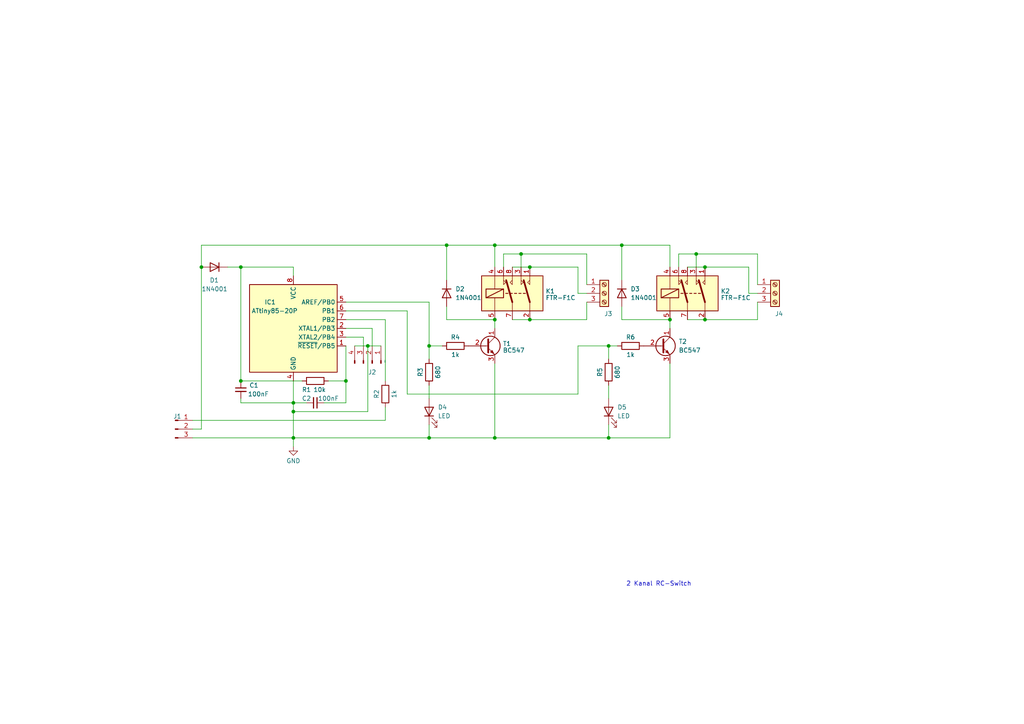
<source format=kicad_sch>
(kicad_sch (version 20230121) (generator eeschema)

  (uuid 0a8380c4-84fb-407c-87a3-d95432bf6750)

  (paper "A4")

  (lib_symbols
    (symbol "Connector:Conn_01x03_Pin" (pin_names (offset 1.016) hide) (in_bom yes) (on_board yes)
      (property "Reference" "J" (at 0 5.08 0)
        (effects (font (size 1.27 1.27)))
      )
      (property "Value" "Conn_01x03_Pin" (at 0 -5.08 0)
        (effects (font (size 1.27 1.27)))
      )
      (property "Footprint" "" (at 0 0 0)
        (effects (font (size 1.27 1.27)) hide)
      )
      (property "Datasheet" "~" (at 0 0 0)
        (effects (font (size 1.27 1.27)) hide)
      )
      (property "ki_locked" "" (at 0 0 0)
        (effects (font (size 1.27 1.27)))
      )
      (property "ki_keywords" "connector" (at 0 0 0)
        (effects (font (size 1.27 1.27)) hide)
      )
      (property "ki_description" "Generic connector, single row, 01x03, script generated" (at 0 0 0)
        (effects (font (size 1.27 1.27)) hide)
      )
      (property "ki_fp_filters" "Connector*:*_1x??_*" (at 0 0 0)
        (effects (font (size 1.27 1.27)) hide)
      )
      (symbol "Conn_01x03_Pin_1_1"
        (polyline
          (pts
            (xy 1.27 -2.54)
            (xy 0.8636 -2.54)
          )
          (stroke (width 0.1524) (type default))
          (fill (type none))
        )
        (polyline
          (pts
            (xy 1.27 0)
            (xy 0.8636 0)
          )
          (stroke (width 0.1524) (type default))
          (fill (type none))
        )
        (polyline
          (pts
            (xy 1.27 2.54)
            (xy 0.8636 2.54)
          )
          (stroke (width 0.1524) (type default))
          (fill (type none))
        )
        (rectangle (start 0.8636 -2.413) (end 0 -2.667)
          (stroke (width 0.1524) (type default))
          (fill (type outline))
        )
        (rectangle (start 0.8636 0.127) (end 0 -0.127)
          (stroke (width 0.1524) (type default))
          (fill (type outline))
        )
        (rectangle (start 0.8636 2.667) (end 0 2.413)
          (stroke (width 0.1524) (type default))
          (fill (type outline))
        )
        (pin passive line (at 5.08 2.54 180) (length 3.81)
          (name "Pin_1" (effects (font (size 1.27 1.27))))
          (number "1" (effects (font (size 1.27 1.27))))
        )
        (pin passive line (at 5.08 0 180) (length 3.81)
          (name "Pin_2" (effects (font (size 1.27 1.27))))
          (number "2" (effects (font (size 1.27 1.27))))
        )
        (pin passive line (at 5.08 -2.54 180) (length 3.81)
          (name "Pin_3" (effects (font (size 1.27 1.27))))
          (number "3" (effects (font (size 1.27 1.27))))
        )
      )
    )
    (symbol "Connector:Conn_01x04_Pin" (pin_names (offset 1.016) hide) (in_bom yes) (on_board yes)
      (property "Reference" "J" (at 0 5.08 0)
        (effects (font (size 1.27 1.27)))
      )
      (property "Value" "Conn_01x04_Pin" (at 0 -7.62 0)
        (effects (font (size 1.27 1.27)))
      )
      (property "Footprint" "" (at 0 0 0)
        (effects (font (size 1.27 1.27)) hide)
      )
      (property "Datasheet" "~" (at 0 0 0)
        (effects (font (size 1.27 1.27)) hide)
      )
      (property "ki_locked" "" (at 0 0 0)
        (effects (font (size 1.27 1.27)))
      )
      (property "ki_keywords" "connector" (at 0 0 0)
        (effects (font (size 1.27 1.27)) hide)
      )
      (property "ki_description" "Generic connector, single row, 01x04, script generated" (at 0 0 0)
        (effects (font (size 1.27 1.27)) hide)
      )
      (property "ki_fp_filters" "Connector*:*_1x??_*" (at 0 0 0)
        (effects (font (size 1.27 1.27)) hide)
      )
      (symbol "Conn_01x04_Pin_1_1"
        (polyline
          (pts
            (xy 1.27 -5.08)
            (xy 0.8636 -5.08)
          )
          (stroke (width 0.1524) (type default))
          (fill (type none))
        )
        (polyline
          (pts
            (xy 1.27 -2.54)
            (xy 0.8636 -2.54)
          )
          (stroke (width 0.1524) (type default))
          (fill (type none))
        )
        (polyline
          (pts
            (xy 1.27 0)
            (xy 0.8636 0)
          )
          (stroke (width 0.1524) (type default))
          (fill (type none))
        )
        (polyline
          (pts
            (xy 1.27 2.54)
            (xy 0.8636 2.54)
          )
          (stroke (width 0.1524) (type default))
          (fill (type none))
        )
        (rectangle (start 0.8636 -4.953) (end 0 -5.207)
          (stroke (width 0.1524) (type default))
          (fill (type outline))
        )
        (rectangle (start 0.8636 -2.413) (end 0 -2.667)
          (stroke (width 0.1524) (type default))
          (fill (type outline))
        )
        (rectangle (start 0.8636 0.127) (end 0 -0.127)
          (stroke (width 0.1524) (type default))
          (fill (type outline))
        )
        (rectangle (start 0.8636 2.667) (end 0 2.413)
          (stroke (width 0.1524) (type default))
          (fill (type outline))
        )
        (pin passive line (at 5.08 2.54 180) (length 3.81)
          (name "Pin_1" (effects (font (size 1.27 1.27))))
          (number "1" (effects (font (size 1.27 1.27))))
        )
        (pin passive line (at 5.08 0 180) (length 3.81)
          (name "Pin_2" (effects (font (size 1.27 1.27))))
          (number "2" (effects (font (size 1.27 1.27))))
        )
        (pin passive line (at 5.08 -2.54 180) (length 3.81)
          (name "Pin_3" (effects (font (size 1.27 1.27))))
          (number "3" (effects (font (size 1.27 1.27))))
        )
        (pin passive line (at 5.08 -5.08 180) (length 3.81)
          (name "Pin_4" (effects (font (size 1.27 1.27))))
          (number "4" (effects (font (size 1.27 1.27))))
        )
      )
    )
    (symbol "Connector:Screw_Terminal_01x03" (pin_names (offset 1.016) hide) (in_bom yes) (on_board yes)
      (property "Reference" "J" (at 0 5.08 0)
        (effects (font (size 1.27 1.27)))
      )
      (property "Value" "Screw_Terminal_01x03" (at 0 -5.08 0)
        (effects (font (size 1.27 1.27)))
      )
      (property "Footprint" "" (at 0 0 0)
        (effects (font (size 1.27 1.27)) hide)
      )
      (property "Datasheet" "~" (at 0 0 0)
        (effects (font (size 1.27 1.27)) hide)
      )
      (property "ki_keywords" "screw terminal" (at 0 0 0)
        (effects (font (size 1.27 1.27)) hide)
      )
      (property "ki_description" "Generic screw terminal, single row, 01x03, script generated (kicad-library-utils/schlib/autogen/connector/)" (at 0 0 0)
        (effects (font (size 1.27 1.27)) hide)
      )
      (property "ki_fp_filters" "TerminalBlock*:*" (at 0 0 0)
        (effects (font (size 1.27 1.27)) hide)
      )
      (symbol "Screw_Terminal_01x03_1_1"
        (rectangle (start -1.27 3.81) (end 1.27 -3.81)
          (stroke (width 0.254) (type default))
          (fill (type background))
        )
        (circle (center 0 -2.54) (radius 0.635)
          (stroke (width 0.1524) (type default))
          (fill (type none))
        )
        (polyline
          (pts
            (xy -0.5334 -2.2098)
            (xy 0.3302 -3.048)
          )
          (stroke (width 0.1524) (type default))
          (fill (type none))
        )
        (polyline
          (pts
            (xy -0.5334 0.3302)
            (xy 0.3302 -0.508)
          )
          (stroke (width 0.1524) (type default))
          (fill (type none))
        )
        (polyline
          (pts
            (xy -0.5334 2.8702)
            (xy 0.3302 2.032)
          )
          (stroke (width 0.1524) (type default))
          (fill (type none))
        )
        (polyline
          (pts
            (xy -0.3556 -2.032)
            (xy 0.508 -2.8702)
          )
          (stroke (width 0.1524) (type default))
          (fill (type none))
        )
        (polyline
          (pts
            (xy -0.3556 0.508)
            (xy 0.508 -0.3302)
          )
          (stroke (width 0.1524) (type default))
          (fill (type none))
        )
        (polyline
          (pts
            (xy -0.3556 3.048)
            (xy 0.508 2.2098)
          )
          (stroke (width 0.1524) (type default))
          (fill (type none))
        )
        (circle (center 0 0) (radius 0.635)
          (stroke (width 0.1524) (type default))
          (fill (type none))
        )
        (circle (center 0 2.54) (radius 0.635)
          (stroke (width 0.1524) (type default))
          (fill (type none))
        )
        (pin passive line (at -5.08 2.54 0) (length 3.81)
          (name "Pin_1" (effects (font (size 1.27 1.27))))
          (number "1" (effects (font (size 1.27 1.27))))
        )
        (pin passive line (at -5.08 0 0) (length 3.81)
          (name "Pin_2" (effects (font (size 1.27 1.27))))
          (number "2" (effects (font (size 1.27 1.27))))
        )
        (pin passive line (at -5.08 -2.54 0) (length 3.81)
          (name "Pin_3" (effects (font (size 1.27 1.27))))
          (number "3" (effects (font (size 1.27 1.27))))
        )
      )
    )
    (symbol "Device:C_Small" (pin_numbers hide) (pin_names (offset 0.254) hide) (in_bom yes) (on_board yes)
      (property "Reference" "C" (at 0.254 1.778 0)
        (effects (font (size 1.27 1.27)) (justify left))
      )
      (property "Value" "C_Small" (at 0.254 -2.032 0)
        (effects (font (size 1.27 1.27)) (justify left))
      )
      (property "Footprint" "" (at 0 0 0)
        (effects (font (size 1.27 1.27)) hide)
      )
      (property "Datasheet" "~" (at 0 0 0)
        (effects (font (size 1.27 1.27)) hide)
      )
      (property "ki_keywords" "capacitor cap" (at 0 0 0)
        (effects (font (size 1.27 1.27)) hide)
      )
      (property "ki_description" "Unpolarized capacitor, small symbol" (at 0 0 0)
        (effects (font (size 1.27 1.27)) hide)
      )
      (property "ki_fp_filters" "C_*" (at 0 0 0)
        (effects (font (size 1.27 1.27)) hide)
      )
      (symbol "C_Small_0_1"
        (polyline
          (pts
            (xy -1.524 -0.508)
            (xy 1.524 -0.508)
          )
          (stroke (width 0.3302) (type default))
          (fill (type none))
        )
        (polyline
          (pts
            (xy -1.524 0.508)
            (xy 1.524 0.508)
          )
          (stroke (width 0.3048) (type default))
          (fill (type none))
        )
      )
      (symbol "C_Small_1_1"
        (pin passive line (at 0 2.54 270) (length 2.032)
          (name "~" (effects (font (size 1.27 1.27))))
          (number "1" (effects (font (size 1.27 1.27))))
        )
        (pin passive line (at 0 -2.54 90) (length 2.032)
          (name "~" (effects (font (size 1.27 1.27))))
          (number "2" (effects (font (size 1.27 1.27))))
        )
      )
    )
    (symbol "Device:LED" (pin_numbers hide) (pin_names (offset 1.016) hide) (in_bom yes) (on_board yes)
      (property "Reference" "D" (at 0 2.54 0)
        (effects (font (size 1.27 1.27)))
      )
      (property "Value" "LED" (at 0 -2.54 0)
        (effects (font (size 1.27 1.27)))
      )
      (property "Footprint" "" (at 0 0 0)
        (effects (font (size 1.27 1.27)) hide)
      )
      (property "Datasheet" "~" (at 0 0 0)
        (effects (font (size 1.27 1.27)) hide)
      )
      (property "ki_keywords" "LED diode" (at 0 0 0)
        (effects (font (size 1.27 1.27)) hide)
      )
      (property "ki_description" "Light emitting diode" (at 0 0 0)
        (effects (font (size 1.27 1.27)) hide)
      )
      (property "ki_fp_filters" "LED* LED_SMD:* LED_THT:*" (at 0 0 0)
        (effects (font (size 1.27 1.27)) hide)
      )
      (symbol "LED_0_1"
        (polyline
          (pts
            (xy -1.27 -1.27)
            (xy -1.27 1.27)
          )
          (stroke (width 0.254) (type default))
          (fill (type none))
        )
        (polyline
          (pts
            (xy -1.27 0)
            (xy 1.27 0)
          )
          (stroke (width 0) (type default))
          (fill (type none))
        )
        (polyline
          (pts
            (xy 1.27 -1.27)
            (xy 1.27 1.27)
            (xy -1.27 0)
            (xy 1.27 -1.27)
          )
          (stroke (width 0.254) (type default))
          (fill (type none))
        )
        (polyline
          (pts
            (xy -3.048 -0.762)
            (xy -4.572 -2.286)
            (xy -3.81 -2.286)
            (xy -4.572 -2.286)
            (xy -4.572 -1.524)
          )
          (stroke (width 0) (type default))
          (fill (type none))
        )
        (polyline
          (pts
            (xy -1.778 -0.762)
            (xy -3.302 -2.286)
            (xy -2.54 -2.286)
            (xy -3.302 -2.286)
            (xy -3.302 -1.524)
          )
          (stroke (width 0) (type default))
          (fill (type none))
        )
      )
      (symbol "LED_1_1"
        (pin passive line (at -3.81 0 0) (length 2.54)
          (name "K" (effects (font (size 1.27 1.27))))
          (number "1" (effects (font (size 1.27 1.27))))
        )
        (pin passive line (at 3.81 0 180) (length 2.54)
          (name "A" (effects (font (size 1.27 1.27))))
          (number "2" (effects (font (size 1.27 1.27))))
        )
      )
    )
    (symbol "Device:R" (pin_numbers hide) (pin_names (offset 0)) (in_bom yes) (on_board yes)
      (property "Reference" "R" (at 2.032 0 90)
        (effects (font (size 1.27 1.27)))
      )
      (property "Value" "R" (at 0 0 90)
        (effects (font (size 1.27 1.27)))
      )
      (property "Footprint" "" (at -1.778 0 90)
        (effects (font (size 1.27 1.27)) hide)
      )
      (property "Datasheet" "~" (at 0 0 0)
        (effects (font (size 1.27 1.27)) hide)
      )
      (property "ki_keywords" "R res resistor" (at 0 0 0)
        (effects (font (size 1.27 1.27)) hide)
      )
      (property "ki_description" "Resistor" (at 0 0 0)
        (effects (font (size 1.27 1.27)) hide)
      )
      (property "ki_fp_filters" "R_*" (at 0 0 0)
        (effects (font (size 1.27 1.27)) hide)
      )
      (symbol "R_0_1"
        (rectangle (start -1.016 -2.54) (end 1.016 2.54)
          (stroke (width 0.254) (type default))
          (fill (type none))
        )
      )
      (symbol "R_1_1"
        (pin passive line (at 0 3.81 270) (length 1.27)
          (name "~" (effects (font (size 1.27 1.27))))
          (number "1" (effects (font (size 1.27 1.27))))
        )
        (pin passive line (at 0 -3.81 90) (length 1.27)
          (name "~" (effects (font (size 1.27 1.27))))
          (number "2" (effects (font (size 1.27 1.27))))
        )
      )
    )
    (symbol "Diode:1N4001" (pin_numbers hide) (pin_names hide) (in_bom yes) (on_board yes)
      (property "Reference" "D" (at 0 2.54 0)
        (effects (font (size 1.27 1.27)))
      )
      (property "Value" "1N4001" (at 0 -2.54 0)
        (effects (font (size 1.27 1.27)))
      )
      (property "Footprint" "Diode_THT:D_DO-41_SOD81_P10.16mm_Horizontal" (at 0 0 0)
        (effects (font (size 1.27 1.27)) hide)
      )
      (property "Datasheet" "http://www.vishay.com/docs/88503/1n4001.pdf" (at 0 0 0)
        (effects (font (size 1.27 1.27)) hide)
      )
      (property "Sim.Device" "D" (at 0 0 0)
        (effects (font (size 1.27 1.27)) hide)
      )
      (property "Sim.Pins" "1=K 2=A" (at 0 0 0)
        (effects (font (size 1.27 1.27)) hide)
      )
      (property "ki_keywords" "diode" (at 0 0 0)
        (effects (font (size 1.27 1.27)) hide)
      )
      (property "ki_description" "50V 1A General Purpose Rectifier Diode, DO-41" (at 0 0 0)
        (effects (font (size 1.27 1.27)) hide)
      )
      (property "ki_fp_filters" "D*DO?41*" (at 0 0 0)
        (effects (font (size 1.27 1.27)) hide)
      )
      (symbol "1N4001_0_1"
        (polyline
          (pts
            (xy -1.27 1.27)
            (xy -1.27 -1.27)
          )
          (stroke (width 0.254) (type default))
          (fill (type none))
        )
        (polyline
          (pts
            (xy 1.27 0)
            (xy -1.27 0)
          )
          (stroke (width 0) (type default))
          (fill (type none))
        )
        (polyline
          (pts
            (xy 1.27 1.27)
            (xy 1.27 -1.27)
            (xy -1.27 0)
            (xy 1.27 1.27)
          )
          (stroke (width 0.254) (type default))
          (fill (type none))
        )
      )
      (symbol "1N4001_1_1"
        (pin passive line (at -3.81 0 0) (length 2.54)
          (name "K" (effects (font (size 1.27 1.27))))
          (number "1" (effects (font (size 1.27 1.27))))
        )
        (pin passive line (at 3.81 0 180) (length 2.54)
          (name "A" (effects (font (size 1.27 1.27))))
          (number "2" (effects (font (size 1.27 1.27))))
        )
      )
    )
    (symbol "MCU_Microchip_ATtiny:ATtiny85-20P" (in_bom yes) (on_board yes)
      (property "Reference" "U" (at -12.7 13.97 0)
        (effects (font (size 1.27 1.27)) (justify left bottom))
      )
      (property "Value" "ATtiny85-20P" (at 2.54 -13.97 0)
        (effects (font (size 1.27 1.27)) (justify left top))
      )
      (property "Footprint" "Package_DIP:DIP-8_W7.62mm" (at 0 0 0)
        (effects (font (size 1.27 1.27) italic) hide)
      )
      (property "Datasheet" "http://ww1.microchip.com/downloads/en/DeviceDoc/atmel-2586-avr-8-bit-microcontroller-attiny25-attiny45-attiny85_datasheet.pdf" (at 0 0 0)
        (effects (font (size 1.27 1.27)) hide)
      )
      (property "ki_keywords" "AVR 8bit Microcontroller tinyAVR" (at 0 0 0)
        (effects (font (size 1.27 1.27)) hide)
      )
      (property "ki_description" "20MHz, 8kB Flash, 512B SRAM, 512B EEPROM, debugWIRE, DIP-8" (at 0 0 0)
        (effects (font (size 1.27 1.27)) hide)
      )
      (property "ki_fp_filters" "DIP*W7.62mm*" (at 0 0 0)
        (effects (font (size 1.27 1.27)) hide)
      )
      (symbol "ATtiny85-20P_0_1"
        (rectangle (start -12.7 -12.7) (end 12.7 12.7)
          (stroke (width 0.254) (type default))
          (fill (type background))
        )
      )
      (symbol "ATtiny85-20P_1_1"
        (pin bidirectional line (at 15.24 -5.08 180) (length 2.54)
          (name "~{RESET}/PB5" (effects (font (size 1.27 1.27))))
          (number "1" (effects (font (size 1.27 1.27))))
        )
        (pin bidirectional line (at 15.24 0 180) (length 2.54)
          (name "XTAL1/PB3" (effects (font (size 1.27 1.27))))
          (number "2" (effects (font (size 1.27 1.27))))
        )
        (pin bidirectional line (at 15.24 -2.54 180) (length 2.54)
          (name "XTAL2/PB4" (effects (font (size 1.27 1.27))))
          (number "3" (effects (font (size 1.27 1.27))))
        )
        (pin power_in line (at 0 -15.24 90) (length 2.54)
          (name "GND" (effects (font (size 1.27 1.27))))
          (number "4" (effects (font (size 1.27 1.27))))
        )
        (pin bidirectional line (at 15.24 7.62 180) (length 2.54)
          (name "AREF/PB0" (effects (font (size 1.27 1.27))))
          (number "5" (effects (font (size 1.27 1.27))))
        )
        (pin bidirectional line (at 15.24 5.08 180) (length 2.54)
          (name "PB1" (effects (font (size 1.27 1.27))))
          (number "6" (effects (font (size 1.27 1.27))))
        )
        (pin bidirectional line (at 15.24 2.54 180) (length 2.54)
          (name "PB2" (effects (font (size 1.27 1.27))))
          (number "7" (effects (font (size 1.27 1.27))))
        )
        (pin power_in line (at 0 15.24 270) (length 2.54)
          (name "VCC" (effects (font (size 1.27 1.27))))
          (number "8" (effects (font (size 1.27 1.27))))
        )
      )
    )
    (symbol "Relay:Fujitsu_FTR-F1C" (in_bom yes) (on_board yes)
      (property "Reference" "K" (at 0 12.7 0)
        (effects (font (size 1.27 1.27)))
      )
      (property "Value" "Fujitsu_FTR-F1C" (at 0 10.16 0)
        (effects (font (size 1.27 1.27)))
      )
      (property "Footprint" "Relay_THT:Relay_DPDT_Fujitsu_FTR-F1C" (at -1.27 -10.16 0)
        (effects (font (size 1.27 1.27)) hide)
      )
      (property "Datasheet" "https://www.fcl.fujitsu.com/downloads/MICRO/fcai/relays/ftr-f1.pdf" (at 0 0 0)
        (effects (font (size 1.27 1.27)) hide)
      )
      (property "ki_keywords" "double pole double throw relay" (at 0 0 0)
        (effects (font (size 1.27 1.27)) hide)
      )
      (property "ki_description" "Fujitsu Low Profile Power Relay" (at 0 0 0)
        (effects (font (size 1.27 1.27)) hide)
      )
      (property "ki_fp_filters" "*Relay*DPDT*Fujitsu*FTR*F1C*" (at 0 0 0)
        (effects (font (size 1.27 1.27)) hide)
      )
      (symbol "Fujitsu_FTR-F1C_0_1"
        (rectangle (start -1.27 7.62) (end 1.27 2.54)
          (stroke (width 0.254) (type default))
          (fill (type background))
        )
        (polyline
          (pts
            (xy -1.27 7.62)
            (xy 1.27 2.54)
          )
          (stroke (width 0.254) (type default))
          (fill (type none))
        )
        (polyline
          (pts
            (xy 5.08 -2.54)
            (xy 2.54 -2.54)
            (xy 3.175 -3.175)
            (xy 3.81 -2.54)
          )
          (stroke (width 0) (type default))
          (fill (type none))
        )
        (polyline
          (pts
            (xy 5.08 2.54)
            (xy 2.54 2.54)
            (xy 3.175 1.905)
            (xy 3.81 2.54)
          )
          (stroke (width 0) (type default))
          (fill (type none))
        )
      )
      (symbol "Fujitsu_FTR-F1C_1_1"
        (polyline
          (pts
            (xy -2.54 -5.08)
            (xy -5.08 -5.08)
          )
          (stroke (width 0) (type default))
          (fill (type none))
        )
        (polyline
          (pts
            (xy -2.54 -5.08)
            (xy 3.81 -3.302)
          )
          (stroke (width 0.508) (type default))
          (fill (type none))
        )
        (polyline
          (pts
            (xy -2.54 0)
            (xy -5.08 0)
          )
          (stroke (width 0) (type default))
          (fill (type none))
        )
        (polyline
          (pts
            (xy -2.54 0)
            (xy 3.81 1.778)
          )
          (stroke (width 0.508) (type default))
          (fill (type none))
        )
        (polyline
          (pts
            (xy 0 -3.175)
            (xy 0 -3.81)
          )
          (stroke (width 0.254) (type default))
          (fill (type none))
        )
        (polyline
          (pts
            (xy 0 -1.905)
            (xy 0 -2.54)
          )
          (stroke (width 0.254) (type default))
          (fill (type none))
        )
        (polyline
          (pts
            (xy 0 -0.635)
            (xy 0 -1.27)
          )
          (stroke (width 0.254) (type default))
          (fill (type none))
        )
        (polyline
          (pts
            (xy 0 0.635)
            (xy 0 0)
          )
          (stroke (width 0.254) (type default))
          (fill (type none))
        )
        (polyline
          (pts
            (xy 0 1.905)
            (xy 0 1.27)
          )
          (stroke (width 0.254) (type default))
          (fill (type none))
        )
        (polyline
          (pts
            (xy 5.08 5.08)
            (xy 1.27 5.08)
          )
          (stroke (width 0) (type default))
          (fill (type none))
        )
        (polyline
          (pts
            (xy -5.08 5.08)
            (xy -1.27 5.08)
            (xy -1.524 5.08)
          )
          (stroke (width 0) (type default))
          (fill (type none))
        )
        (polyline
          (pts
            (xy 5.08 -5.08)
            (xy 2.54 -5.08)
            (xy 3.175 -4.445)
            (xy 3.81 -5.08)
          )
          (stroke (width 0) (type default))
          (fill (type none))
        )
        (polyline
          (pts
            (xy 5.08 0)
            (xy 2.54 0)
            (xy 3.175 0.635)
            (xy 3.81 0)
          )
          (stroke (width 0) (type default))
          (fill (type none))
        )
        (rectangle (start 5.08 8.89) (end -5.08 -8.89)
          (stroke (width 0.254) (type default))
          (fill (type background))
        )
        (pin passive line (at 7.62 -5.08 180) (length 2.54)
          (name "~" (effects (font (size 1.27 1.27))))
          (number "1" (effects (font (size 1.27 1.27))))
        )
        (pin passive line (at -7.62 -5.08 0) (length 2.54)
          (name "~" (effects (font (size 1.27 1.27))))
          (number "2" (effects (font (size 1.27 1.27))))
        )
        (pin passive line (at 7.62 -2.54 180) (length 2.54)
          (name "~" (effects (font (size 1.27 1.27))))
          (number "3" (effects (font (size 1.27 1.27))))
        )
        (pin passive line (at 7.62 5.08 180) (length 2.54)
          (name "~" (effects (font (size 1.27 1.27))))
          (number "4" (effects (font (size 1.27 1.27))))
        )
        (pin passive line (at -7.62 5.08 0) (length 2.54)
          (name "~" (effects (font (size 1.27 1.27))))
          (number "5" (effects (font (size 1.27 1.27))))
        )
        (pin passive line (at 7.62 2.54 180) (length 2.54)
          (name "~" (effects (font (size 1.27 1.27))))
          (number "6" (effects (font (size 1.27 1.27))))
        )
        (pin passive line (at -7.62 0 0) (length 2.54)
          (name "~" (effects (font (size 1.27 1.27))))
          (number "7" (effects (font (size 1.27 1.27))))
        )
        (pin passive line (at 7.62 0 180) (length 2.54)
          (name "~" (effects (font (size 1.27 1.27))))
          (number "8" (effects (font (size 1.27 1.27))))
        )
      )
    )
    (symbol "Transistor_BJT:BC547" (pin_names (offset 0) hide) (in_bom yes) (on_board yes)
      (property "Reference" "Q" (at 5.08 1.905 0)
        (effects (font (size 1.27 1.27)) (justify left))
      )
      (property "Value" "BC547" (at 5.08 0 0)
        (effects (font (size 1.27 1.27)) (justify left))
      )
      (property "Footprint" "Package_TO_SOT_THT:TO-92_Inline" (at 5.08 -1.905 0)
        (effects (font (size 1.27 1.27) italic) (justify left) hide)
      )
      (property "Datasheet" "https://www.onsemi.com/pub/Collateral/BC550-D.pdf" (at 0 0 0)
        (effects (font (size 1.27 1.27)) (justify left) hide)
      )
      (property "ki_keywords" "NPN Transistor" (at 0 0 0)
        (effects (font (size 1.27 1.27)) hide)
      )
      (property "ki_description" "0.1A Ic, 45V Vce, Small Signal NPN Transistor, TO-92" (at 0 0 0)
        (effects (font (size 1.27 1.27)) hide)
      )
      (property "ki_fp_filters" "TO?92*" (at 0 0 0)
        (effects (font (size 1.27 1.27)) hide)
      )
      (symbol "BC547_0_1"
        (polyline
          (pts
            (xy 0 0)
            (xy 0.635 0)
          )
          (stroke (width 0) (type default))
          (fill (type none))
        )
        (polyline
          (pts
            (xy 0.635 0.635)
            (xy 2.54 2.54)
          )
          (stroke (width 0) (type default))
          (fill (type none))
        )
        (polyline
          (pts
            (xy 0.635 -0.635)
            (xy 2.54 -2.54)
            (xy 2.54 -2.54)
          )
          (stroke (width 0) (type default))
          (fill (type none))
        )
        (polyline
          (pts
            (xy 0.635 1.905)
            (xy 0.635 -1.905)
            (xy 0.635 -1.905)
          )
          (stroke (width 0.508) (type default))
          (fill (type none))
        )
        (polyline
          (pts
            (xy 1.27 -1.778)
            (xy 1.778 -1.27)
            (xy 2.286 -2.286)
            (xy 1.27 -1.778)
            (xy 1.27 -1.778)
          )
          (stroke (width 0) (type default))
          (fill (type outline))
        )
        (circle (center 1.27 0) (radius 2.8194)
          (stroke (width 0.254) (type default))
          (fill (type none))
        )
      )
      (symbol "BC547_1_1"
        (pin passive line (at 2.54 5.08 270) (length 2.54)
          (name "C" (effects (font (size 1.27 1.27))))
          (number "1" (effects (font (size 1.27 1.27))))
        )
        (pin input line (at -5.08 0 0) (length 5.08)
          (name "B" (effects (font (size 1.27 1.27))))
          (number "2" (effects (font (size 1.27 1.27))))
        )
        (pin passive line (at 2.54 -5.08 90) (length 2.54)
          (name "E" (effects (font (size 1.27 1.27))))
          (number "3" (effects (font (size 1.27 1.27))))
        )
      )
    )
    (symbol "power:GND" (power) (pin_names (offset 0)) (in_bom yes) (on_board yes)
      (property "Reference" "#PWR" (at 0 -6.35 0)
        (effects (font (size 1.27 1.27)) hide)
      )
      (property "Value" "GND" (at 0 -3.81 0)
        (effects (font (size 1.27 1.27)))
      )
      (property "Footprint" "" (at 0 0 0)
        (effects (font (size 1.27 1.27)) hide)
      )
      (property "Datasheet" "" (at 0 0 0)
        (effects (font (size 1.27 1.27)) hide)
      )
      (property "ki_keywords" "global power" (at 0 0 0)
        (effects (font (size 1.27 1.27)) hide)
      )
      (property "ki_description" "Power symbol creates a global label with name \"GND\" , ground" (at 0 0 0)
        (effects (font (size 1.27 1.27)) hide)
      )
      (symbol "GND_0_1"
        (polyline
          (pts
            (xy 0 0)
            (xy 0 -1.27)
            (xy 1.27 -1.27)
            (xy 0 -2.54)
            (xy -1.27 -1.27)
            (xy 0 -1.27)
          )
          (stroke (width 0) (type default))
          (fill (type none))
        )
      )
      (symbol "GND_1_1"
        (pin power_in line (at 0 0 270) (length 0) hide
          (name "GND" (effects (font (size 1.27 1.27))))
          (number "1" (effects (font (size 1.27 1.27))))
        )
      )
    )
  )

  (junction (at 176.53 127) (diameter 0) (color 0 0 0 0)
    (uuid 0359bff2-f6a8-4810-8bf4-5cf58fb8698c)
  )
  (junction (at 124.46 127) (diameter 0) (color 0 0 0 0)
    (uuid 16be7dd4-8c33-406a-8b20-d08f4754e7e8)
  )
  (junction (at 153.67 77.47) (diameter 0) (color 0 0 0 0)
    (uuid 1afcbffb-c873-4b20-a1b9-9c494979170e)
  )
  (junction (at 143.51 92.71) (diameter 0) (color 0 0 0 0)
    (uuid 22142380-eabd-4e71-95fa-9b697105f575)
  )
  (junction (at 194.31 92.71) (diameter 0) (color 0 0 0 0)
    (uuid 25f01b52-96cf-4ef8-82cb-355121407062)
  )
  (junction (at 85.09 119.38) (diameter 0) (color 0 0 0 0)
    (uuid 2f5a4bf9-2754-43a5-90d4-22ea9a6e38b6)
  )
  (junction (at 153.67 92.71) (diameter 0) (color 0 0 0 0)
    (uuid 316c6765-e0b0-4f31-9963-352157ed5865)
  )
  (junction (at 143.51 127) (diameter 0) (color 0 0 0 0)
    (uuid 34b08e3f-785d-469a-a82e-a0d4cb75838b)
  )
  (junction (at 85.09 116.84) (diameter 0) (color 0 0 0 0)
    (uuid 3581c665-2661-463c-bc19-cef891ba024e)
  )
  (junction (at 204.47 77.47) (diameter 0) (color 0 0 0 0)
    (uuid 464385c1-fd6d-4e32-a374-0b9c9504e2dd)
  )
  (junction (at 129.54 71.12) (diameter 0) (color 0 0 0 0)
    (uuid 481d79fc-5fa2-4d18-825f-1f8783dc392b)
  )
  (junction (at 180.34 71.12) (diameter 0) (color 0 0 0 0)
    (uuid 4f49ee6f-b0da-4f14-abab-ab1ab686d5a2)
  )
  (junction (at 124.46 100.33) (diameter 0) (color 0 0 0 0)
    (uuid 53f445fa-27e4-4bb2-b596-27f7f70b883c)
  )
  (junction (at 151.13 73.66) (diameter 0) (color 0 0 0 0)
    (uuid 5442fe2f-7471-4713-b49c-91f5b77ed3ff)
  )
  (junction (at 176.53 100.33) (diameter 0) (color 0 0 0 0)
    (uuid 54faf2b2-4f6c-4873-ad2e-04d8bf03c88c)
  )
  (junction (at 201.93 73.66) (diameter 0) (color 0 0 0 0)
    (uuid 5b93d469-2107-4803-a631-aad045f4aaac)
  )
  (junction (at 204.47 92.71) (diameter 0) (color 0 0 0 0)
    (uuid 5cebef81-4bb9-4292-92b5-e8c67c9b48cf)
  )
  (junction (at 69.85 110.49) (diameter 0) (color 0 0 0 0)
    (uuid 88782229-c0d5-45b6-8191-69c4dd945859)
  )
  (junction (at 100.33 110.49) (diameter 0) (color 0 0 0 0)
    (uuid a0eac269-1934-4304-b354-7856602832e5)
  )
  (junction (at 106.68 100.33) (diameter 0) (color 0 0 0 0)
    (uuid b6a26025-6a66-4265-b6b7-893f6cbbd9a9)
  )
  (junction (at 58.42 77.47) (diameter 0) (color 0 0 0 0)
    (uuid e48b58ef-b0bc-42d9-a300-fd86d41ea39e)
  )
  (junction (at 69.85 77.47) (diameter 0) (color 0 0 0 0)
    (uuid eaad2182-def0-4a56-acb5-1f00345bc3ee)
  )
  (junction (at 85.09 127) (diameter 0) (color 0 0 0 0)
    (uuid ee61317b-9b4b-4893-8a1d-5349ae333d3a)
  )
  (junction (at 143.51 71.12) (diameter 0) (color 0 0 0 0)
    (uuid f20392db-785d-485d-9391-10f55b594322)
  )

  (wire (pts (xy 128.27 100.33) (xy 124.46 100.33))
    (stroke (width 0) (type default))
    (uuid 00264da3-cde9-40ac-80b1-953ff2a986c3)
  )
  (wire (pts (xy 85.09 127) (xy 124.46 127))
    (stroke (width 0) (type default))
    (uuid 01fb5245-32d1-4536-8614-f2a8b3e8fcbf)
  )
  (wire (pts (xy 85.09 110.49) (xy 85.09 116.84))
    (stroke (width 0) (type default))
    (uuid 08ba80b5-a48e-4d9e-be3e-7590a0203bcd)
  )
  (wire (pts (xy 100.33 110.49) (xy 100.33 116.84))
    (stroke (width 0) (type default))
    (uuid 0ab1c774-1404-496a-82fb-65eb43605c42)
  )
  (wire (pts (xy 151.13 73.66) (xy 151.13 77.47))
    (stroke (width 0) (type default))
    (uuid 10993a9e-c317-48dd-a502-dbf8801ea0e5)
  )
  (wire (pts (xy 176.53 127) (xy 194.31 127))
    (stroke (width 0) (type default))
    (uuid 129d7f62-59d0-4f08-b840-7a4ccb6db302)
  )
  (wire (pts (xy 194.31 127) (xy 194.31 105.41))
    (stroke (width 0) (type default))
    (uuid 1495d5de-376c-4ce0-862d-f3c584e2b358)
  )
  (wire (pts (xy 217.17 85.09) (xy 219.71 85.09))
    (stroke (width 0) (type default))
    (uuid 151aff72-5c0f-4827-82cb-2af77306d14c)
  )
  (wire (pts (xy 85.09 119.38) (xy 106.68 119.38))
    (stroke (width 0) (type default))
    (uuid 16d16846-7f28-4e98-b74d-1abd0617b2d7)
  )
  (wire (pts (xy 85.09 116.84) (xy 85.09 119.38))
    (stroke (width 0) (type default))
    (uuid 1a68470a-466f-4aee-9268-b5c7fa0560e5)
  )
  (wire (pts (xy 151.13 73.66) (xy 170.18 73.66))
    (stroke (width 0) (type default))
    (uuid 1a8eb2fd-2d71-4360-8663-93c92d931fcd)
  )
  (wire (pts (xy 199.39 77.47) (xy 204.47 77.47))
    (stroke (width 0) (type default))
    (uuid 1c9639bb-c355-435f-a3f2-446166ea10c4)
  )
  (wire (pts (xy 58.42 71.12) (xy 129.54 71.12))
    (stroke (width 0) (type default))
    (uuid 1eca4b8c-77bf-47e6-96c5-931211f99190)
  )
  (wire (pts (xy 199.39 92.71) (xy 204.47 92.71))
    (stroke (width 0) (type default))
    (uuid 2110518c-35c5-4c38-aefb-18604cd62027)
  )
  (wire (pts (xy 124.46 87.63) (xy 124.46 100.33))
    (stroke (width 0) (type default))
    (uuid 21f587a8-55d6-47e4-a2f4-0add7638202f)
  )
  (wire (pts (xy 167.64 77.47) (xy 167.64 85.09))
    (stroke (width 0) (type default))
    (uuid 2b6bc1f6-ee2e-4d70-94fe-6c04506038d7)
  )
  (wire (pts (xy 111.76 110.49) (xy 111.76 92.71))
    (stroke (width 0) (type default))
    (uuid 2fe4b50f-ce73-49a3-bc44-e965d99cee50)
  )
  (wire (pts (xy 180.34 71.12) (xy 143.51 71.12))
    (stroke (width 0) (type default))
    (uuid 313b6c62-0e3a-463e-bb33-8cae80f7ea49)
  )
  (wire (pts (xy 143.51 95.25) (xy 143.51 92.71))
    (stroke (width 0) (type default))
    (uuid 32aad0de-9335-41d6-a7c6-6e7182797f48)
  )
  (wire (pts (xy 176.53 111.76) (xy 176.53 115.57))
    (stroke (width 0) (type default))
    (uuid 34e7f434-1b6a-4a4e-a86e-206631f0e17d)
  )
  (wire (pts (xy 95.25 110.49) (xy 100.33 110.49))
    (stroke (width 0) (type default))
    (uuid 3760e2e6-9819-4b1c-a990-de2be33a3789)
  )
  (wire (pts (xy 146.05 73.66) (xy 151.13 73.66))
    (stroke (width 0) (type default))
    (uuid 38f3f02e-ec20-4b1c-9256-1ca13b9ca424)
  )
  (wire (pts (xy 143.51 71.12) (xy 129.54 71.12))
    (stroke (width 0) (type default))
    (uuid 3d0d5334-cf64-4f24-beca-f29094988ab9)
  )
  (wire (pts (xy 69.85 77.47) (xy 85.09 77.47))
    (stroke (width 0) (type default))
    (uuid 3d87d443-446c-4e94-abe0-6e44576182e9)
  )
  (wire (pts (xy 194.31 95.25) (xy 194.31 92.71))
    (stroke (width 0) (type default))
    (uuid 4265a4a1-03d5-4e42-b92d-fe6b173a416c)
  )
  (wire (pts (xy 102.87 100.33) (xy 106.68 100.33))
    (stroke (width 0) (type default))
    (uuid 4766c226-22d2-406a-87cd-2c0c77b6eeff)
  )
  (wire (pts (xy 111.76 118.11) (xy 111.76 121.92))
    (stroke (width 0) (type default))
    (uuid 4cfa38fc-00ad-46bd-ac0e-a0a8bcb31231)
  )
  (wire (pts (xy 201.93 73.66) (xy 219.71 73.66))
    (stroke (width 0) (type default))
    (uuid 4e64e98e-aec1-40fe-a556-6f7a15f460d3)
  )
  (wire (pts (xy 143.51 71.12) (xy 143.51 77.47))
    (stroke (width 0) (type default))
    (uuid 4f1aaac4-7318-4b8f-b3f7-e4184634ce90)
  )
  (wire (pts (xy 124.46 123.19) (xy 124.46 127))
    (stroke (width 0) (type default))
    (uuid 4f84a0ae-88aa-4a58-b5ce-9046ee5acbea)
  )
  (wire (pts (xy 93.98 116.84) (xy 100.33 116.84))
    (stroke (width 0) (type default))
    (uuid 4fbc5f59-d81e-44e6-8d80-94c91430653a)
  )
  (wire (pts (xy 148.59 92.71) (xy 153.67 92.71))
    (stroke (width 0) (type default))
    (uuid 552d9863-baba-4d58-bec1-53b139e445ad)
  )
  (wire (pts (xy 100.33 90.17) (xy 118.11 90.17))
    (stroke (width 0) (type default))
    (uuid 5ecdae13-6df5-4221-ba49-36fb466ea3fe)
  )
  (wire (pts (xy 105.41 97.79) (xy 105.41 100.33))
    (stroke (width 0) (type default))
    (uuid 60138e6e-836e-4486-a393-2d1d3b608e62)
  )
  (wire (pts (xy 124.46 100.33) (xy 124.46 104.14))
    (stroke (width 0) (type default))
    (uuid 641469a0-01c3-4e96-8191-b65666f8a476)
  )
  (wire (pts (xy 167.64 114.3) (xy 167.64 100.33))
    (stroke (width 0) (type default))
    (uuid 6482e1df-a99d-476d-a8e6-1d69b6a85b59)
  )
  (wire (pts (xy 170.18 73.66) (xy 170.18 82.55))
    (stroke (width 0) (type default))
    (uuid 6684b649-c249-458d-9f0c-cc1acfca8988)
  )
  (wire (pts (xy 219.71 92.71) (xy 219.71 87.63))
    (stroke (width 0) (type default))
    (uuid 69c3a913-df5d-477e-8dec-8d572764cd8f)
  )
  (wire (pts (xy 58.42 77.47) (xy 58.42 71.12))
    (stroke (width 0) (type default))
    (uuid 6c9213e0-b488-49c9-838c-9791d2592cf3)
  )
  (wire (pts (xy 107.95 95.25) (xy 107.95 100.33))
    (stroke (width 0) (type default))
    (uuid 6e28cd5e-80c4-4702-ac0f-7c53d8c920ca)
  )
  (wire (pts (xy 106.68 100.33) (xy 110.49 100.33))
    (stroke (width 0) (type default))
    (uuid 6eb177f5-46ab-42a7-a29c-c56131316d3f)
  )
  (wire (pts (xy 100.33 95.25) (xy 107.95 95.25))
    (stroke (width 0) (type default))
    (uuid 6efcc9c5-9e53-4f99-a6a8-2e2e2b367478)
  )
  (wire (pts (xy 143.51 105.41) (xy 143.51 127))
    (stroke (width 0) (type default))
    (uuid 70cab212-0c2b-4291-a477-8ff12cf17938)
  )
  (wire (pts (xy 85.09 116.84) (xy 88.9 116.84))
    (stroke (width 0) (type default))
    (uuid 72424fba-eabc-4df6-a4c2-9db95fb0b287)
  )
  (wire (pts (xy 129.54 92.71) (xy 143.51 92.71))
    (stroke (width 0) (type default))
    (uuid 724ccd49-f0ed-4116-9a14-657a3a95553f)
  )
  (wire (pts (xy 85.09 77.47) (xy 85.09 80.01))
    (stroke (width 0) (type default))
    (uuid 7310d3c5-b0b1-4a08-9a2a-045f35a8d77b)
  )
  (wire (pts (xy 69.85 116.84) (xy 85.09 116.84))
    (stroke (width 0) (type default))
    (uuid 7601a535-c77f-4eaa-83ed-38dab22c96e8)
  )
  (wire (pts (xy 85.09 119.38) (xy 85.09 127))
    (stroke (width 0) (type default))
    (uuid 783fbc30-1c45-4ed3-9af9-44308d7a9532)
  )
  (wire (pts (xy 196.85 77.47) (xy 196.85 73.66))
    (stroke (width 0) (type default))
    (uuid 78999e45-5d34-4e96-ab32-e88a05ed705e)
  )
  (wire (pts (xy 176.53 123.19) (xy 176.53 127))
    (stroke (width 0) (type default))
    (uuid 78e19bc7-add9-4f9d-ba89-7d878f3b97bc)
  )
  (wire (pts (xy 146.05 77.47) (xy 146.05 73.66))
    (stroke (width 0) (type default))
    (uuid 7942ffe3-bfbb-450d-ac90-c9642d7e2f30)
  )
  (wire (pts (xy 180.34 92.71) (xy 194.31 92.71))
    (stroke (width 0) (type default))
    (uuid 7a033860-707d-48a8-870f-9e3782c3d976)
  )
  (wire (pts (xy 201.93 73.66) (xy 201.93 77.47))
    (stroke (width 0) (type default))
    (uuid 7bcd8690-5c48-4485-b9a2-a2540de42f25)
  )
  (wire (pts (xy 69.85 115.57) (xy 69.85 116.84))
    (stroke (width 0) (type default))
    (uuid 829528ff-f546-4343-8f4a-f8238d919059)
  )
  (wire (pts (xy 85.09 127) (xy 85.09 129.54))
    (stroke (width 0) (type default))
    (uuid 84a9f228-0af7-42a1-a90d-0eaad8260832)
  )
  (wire (pts (xy 100.33 97.79) (xy 105.41 97.79))
    (stroke (width 0) (type default))
    (uuid 85e9f264-677f-4b81-9979-00251f13bbd0)
  )
  (wire (pts (xy 66.04 77.47) (xy 69.85 77.47))
    (stroke (width 0) (type default))
    (uuid 92d632e5-e1b0-404e-916b-9b7089dee631)
  )
  (wire (pts (xy 179.07 100.33) (xy 176.53 100.33))
    (stroke (width 0) (type default))
    (uuid 9847fbec-3e81-4328-9a5f-eeaee07a3fa9)
  )
  (wire (pts (xy 148.59 77.47) (xy 153.67 77.47))
    (stroke (width 0) (type default))
    (uuid 9849f52a-de89-4939-99b5-c459e7fa2937)
  )
  (wire (pts (xy 180.34 71.12) (xy 180.34 81.28))
    (stroke (width 0) (type default))
    (uuid 99a0cf87-80df-4af1-9bf4-091de23aeee0)
  )
  (wire (pts (xy 194.31 77.47) (xy 194.31 71.12))
    (stroke (width 0) (type default))
    (uuid a0c55c9c-b2ba-4a11-bc42-34eb21f0bc55)
  )
  (wire (pts (xy 180.34 88.9) (xy 180.34 92.71))
    (stroke (width 0) (type default))
    (uuid a9ba024f-79c5-43ae-874e-f46520b699f3)
  )
  (wire (pts (xy 100.33 87.63) (xy 124.46 87.63))
    (stroke (width 0) (type default))
    (uuid ace3569f-c346-4cfc-b2e6-b4388a61c395)
  )
  (wire (pts (xy 124.46 127) (xy 143.51 127))
    (stroke (width 0) (type default))
    (uuid b1c28296-b291-4ad6-a027-408e1458ad57)
  )
  (wire (pts (xy 124.46 111.76) (xy 124.46 115.57))
    (stroke (width 0) (type default))
    (uuid b328e863-87d2-408c-a1eb-d2002b018c5c)
  )
  (wire (pts (xy 153.67 92.71) (xy 170.18 92.71))
    (stroke (width 0) (type default))
    (uuid b372a73f-1091-4626-ac54-fc3e19a81781)
  )
  (wire (pts (xy 176.53 100.33) (xy 176.53 104.14))
    (stroke (width 0) (type default))
    (uuid b4ec7506-3719-418a-9ef7-f0f240357eb6)
  )
  (wire (pts (xy 143.51 127) (xy 176.53 127))
    (stroke (width 0) (type default))
    (uuid ba4d0648-bf47-42ec-8388-220a79df42bb)
  )
  (wire (pts (xy 129.54 88.9) (xy 129.54 92.71))
    (stroke (width 0) (type default))
    (uuid bd6687e3-6fbf-47c7-9915-b15a78bc9fa0)
  )
  (wire (pts (xy 118.11 90.17) (xy 118.11 114.3))
    (stroke (width 0) (type default))
    (uuid be15ab93-bd09-423c-9f3d-e2961de7bcad)
  )
  (wire (pts (xy 194.31 71.12) (xy 180.34 71.12))
    (stroke (width 0) (type default))
    (uuid be2f6ff4-0e8b-43c7-8dc2-f6804e4746be)
  )
  (wire (pts (xy 129.54 71.12) (xy 129.54 81.28))
    (stroke (width 0) (type default))
    (uuid c40f134c-30aa-4972-8e15-8bbbe9e413af)
  )
  (wire (pts (xy 196.85 73.66) (xy 201.93 73.66))
    (stroke (width 0) (type default))
    (uuid c43c765b-f438-4ec3-b716-03b93ba71320)
  )
  (wire (pts (xy 118.11 114.3) (xy 167.64 114.3))
    (stroke (width 0) (type default))
    (uuid c6785f11-12a9-4632-bd65-f64131386e98)
  )
  (wire (pts (xy 106.68 100.33) (xy 106.68 119.38))
    (stroke (width 0) (type default))
    (uuid c6bdd579-07c7-4f66-a86a-e2fde2aa9ac1)
  )
  (wire (pts (xy 170.18 92.71) (xy 170.18 87.63))
    (stroke (width 0) (type default))
    (uuid c8d4c92f-578a-4b79-b9c9-32428f5ffbb3)
  )
  (wire (pts (xy 204.47 92.71) (xy 219.71 92.71))
    (stroke (width 0) (type default))
    (uuid c974ea51-5c3c-4804-94b0-87be15c39000)
  )
  (wire (pts (xy 219.71 73.66) (xy 219.71 82.55))
    (stroke (width 0) (type default))
    (uuid d2b7d25e-9a0a-4381-9e56-8788696fd26e)
  )
  (wire (pts (xy 217.17 77.47) (xy 217.17 85.09))
    (stroke (width 0) (type default))
    (uuid d83cecd0-bb92-4f8c-885b-025841a4730b)
  )
  (wire (pts (xy 153.67 77.47) (xy 167.64 77.47))
    (stroke (width 0) (type default))
    (uuid da7f65ec-655d-4bfb-8417-4e20e593d871)
  )
  (wire (pts (xy 69.85 110.49) (xy 69.85 77.47))
    (stroke (width 0) (type default))
    (uuid dcefdf46-038e-496c-b3cb-8a2ed24c28ea)
  )
  (wire (pts (xy 204.47 77.47) (xy 217.17 77.47))
    (stroke (width 0) (type default))
    (uuid e06df9a8-317c-4a3c-a7f5-5d4de950633a)
  )
  (wire (pts (xy 111.76 92.71) (xy 100.33 92.71))
    (stroke (width 0) (type default))
    (uuid e375f4bb-e146-460f-8611-6bfc2ebd76d7)
  )
  (wire (pts (xy 55.88 121.92) (xy 111.76 121.92))
    (stroke (width 0) (type default))
    (uuid e76a0263-3032-4a45-a56c-16408a1bd27e)
  )
  (wire (pts (xy 58.42 77.47) (xy 58.42 124.46))
    (stroke (width 0) (type default))
    (uuid e80dbc70-af27-4159-a560-28aac4c9df6f)
  )
  (wire (pts (xy 167.64 100.33) (xy 176.53 100.33))
    (stroke (width 0) (type default))
    (uuid ed80df68-ac56-42da-8b10-84981399a6d8)
  )
  (wire (pts (xy 55.88 127) (xy 85.09 127))
    (stroke (width 0) (type default))
    (uuid f453b030-803c-4f6d-bbc8-469a648881a4)
  )
  (wire (pts (xy 100.33 100.33) (xy 100.33 110.49))
    (stroke (width 0) (type default))
    (uuid f4bc1a3a-8330-4fe0-be6a-b0ad0b9f31d2)
  )
  (wire (pts (xy 58.42 124.46) (xy 55.88 124.46))
    (stroke (width 0) (type default))
    (uuid f885dd83-2e1c-4e26-8775-7329b887e528)
  )
  (wire (pts (xy 69.85 110.49) (xy 87.63 110.49))
    (stroke (width 0) (type default))
    (uuid f9e3a0ee-cc56-4c01-8956-56214d3fe253)
  )
  (wire (pts (xy 167.64 85.09) (xy 170.18 85.09))
    (stroke (width 0) (type default))
    (uuid fbf2f67c-3fb5-4630-8f69-85cc76e1d1f9)
  )

  (text "2 Kanal RC-Switch" (at 181.61 170.18 0)
    (effects (font (size 1.27 1.27)) (justify left bottom))
    (uuid 1837b6bb-1bd2-4542-8736-c11217674912)
  )

  (symbol (lib_id "Device:R") (at 176.53 107.95 180) (unit 1)
    (in_bom yes) (on_board yes) (dnp no)
    (uuid 06de4a30-4858-4209-9960-ccb3fa7f6b6b)
    (property "Reference" "R5" (at 173.99 107.95 90)
      (effects (font (size 1.27 1.27)))
    )
    (property "Value" "680" (at 179.07 107.95 90)
      (effects (font (size 1.27 1.27)))
    )
    (property "Footprint" "Resistor_THT:R_Axial_DIN0207_L6.3mm_D2.5mm_P10.16mm_Horizontal" (at 178.308 107.95 90)
      (effects (font (size 1.27 1.27)) hide)
    )
    (property "Datasheet" "~" (at 176.53 107.95 0)
      (effects (font (size 1.27 1.27)) hide)
    )
    (pin "1" (uuid 2a9cc80d-e09c-41d7-8dd0-6ad7f7f6fa60))
    (pin "2" (uuid ffa42bfa-0161-44e2-a9cb-a55c86981394))
    (instances
      (project "RC-Switch-2-Kanal"
        (path "/0a8380c4-84fb-407c-87a3-d95432bf6750"
          (reference "R5") (unit 1)
        )
      )
    )
  )

  (symbol (lib_id "Device:LED") (at 124.46 119.38 90) (unit 1)
    (in_bom yes) (on_board yes) (dnp no)
    (uuid 162b0ee7-5628-4ac3-9b8a-a6c1d0b6378e)
    (property "Reference" "D4" (at 127 118.11 90)
      (effects (font (size 1.27 1.27)) (justify right))
    )
    (property "Value" "LED" (at 127 120.65 90)
      (effects (font (size 1.27 1.27)) (justify right))
    )
    (property "Footprint" "LED_THT:LED_D3.0mm" (at 124.46 119.38 0)
      (effects (font (size 1.27 1.27)) hide)
    )
    (property "Datasheet" "~" (at 124.46 119.38 0)
      (effects (font (size 1.27 1.27)) hide)
    )
    (pin "1" (uuid e9f72901-3f9b-44d0-aea9-bf67f9b091e7))
    (pin "2" (uuid fb72d1a9-ec1d-44d4-b1bd-e05a4be29468))
    (instances
      (project "RC-Switch-2-Kanal"
        (path "/0a8380c4-84fb-407c-87a3-d95432bf6750"
          (reference "D4") (unit 1)
        )
      )
    )
  )

  (symbol (lib_id "Device:C_Small") (at 69.85 113.03 0) (unit 1)
    (in_bom yes) (on_board yes) (dnp no)
    (uuid 1732499e-3916-4231-b836-84fb9804a7b7)
    (property "Reference" "C1" (at 73.66 111.76 0)
      (effects (font (size 1.27 1.27)))
    )
    (property "Value" "100nF" (at 74.93 114.3 0)
      (effects (font (size 1.27 1.27)))
    )
    (property "Footprint" "Capacitor_THT:C_Rect_L7.0mm_W2.0mm_P5.00mm" (at 69.85 113.03 0)
      (effects (font (size 1.27 1.27)) hide)
    )
    (property "Datasheet" "~" (at 69.85 113.03 0)
      (effects (font (size 1.27 1.27)) hide)
    )
    (pin "1" (uuid c85aa7e7-5d23-49a8-820e-b3ee9b941a24))
    (pin "2" (uuid 259054af-aa48-4bf8-b018-c7694c4636be))
    (instances
      (project "RC-Switch-2-Kanal"
        (path "/0a8380c4-84fb-407c-87a3-d95432bf6750"
          (reference "C1") (unit 1)
        )
      )
    )
  )

  (symbol (lib_id "Relay:Fujitsu_FTR-F1C") (at 148.59 85.09 90) (unit 1)
    (in_bom yes) (on_board yes) (dnp no) (fields_autoplaced)
    (uuid 1b7456cd-faf9-49be-8cac-fd514ae53a42)
    (property "Reference" "K1" (at 158.242 84.4463 90)
      (effects (font (size 1.27 1.27)) (justify right))
    )
    (property "Value" "FTR-F1C" (at 158.242 86.3673 90)
      (effects (font (size 1.27 1.27)) (justify right))
    )
    (property "Footprint" "Relay_THT:Relay_DPDT_Fujitsu_FTR-F1C" (at 158.75 86.36 0)
      (effects (font (size 1.27 1.27)) hide)
    )
    (property "Datasheet" "https://www.fcl.fujitsu.com/downloads/MICRO/fcai/relays/ftr-f1.pdf" (at 148.59 85.09 0)
      (effects (font (size 1.27 1.27)) hide)
    )
    (pin "1" (uuid f8716b96-538a-4f8c-a7a4-5cca4baa8941))
    (pin "2" (uuid edb2a7d0-3fd6-45a0-a82f-83d65c7d84b8))
    (pin "3" (uuid dd995685-e0d2-4f1f-8b04-eaaa2243ab3b))
    (pin "4" (uuid e0c35c76-c065-4e08-b88a-7334edb55d5d))
    (pin "5" (uuid 84e81a8b-7cef-49be-aec8-d206127965a5))
    (pin "6" (uuid b7b312fd-f6de-4712-ae44-14290d04ba4d))
    (pin "7" (uuid 965cab58-0e53-4995-a2a3-310b35d0a258))
    (pin "8" (uuid 55c4a347-e040-4110-9a2e-9dc060d35407))
    (instances
      (project "RC-Switch-2-Kanal"
        (path "/0a8380c4-84fb-407c-87a3-d95432bf6750"
          (reference "K1") (unit 1)
        )
      )
      (project "RC-Switch-2Channel_V1.1"
        (path "/d35fec4e-e711-49d1-aa18-ae2d0cbf5069"
          (reference "K5") (unit 1)
        )
      )
    )
  )

  (symbol (lib_id "MCU_Microchip_ATtiny:ATtiny85-20P") (at 85.09 95.25 0) (unit 1)
    (in_bom yes) (on_board yes) (dnp no)
    (uuid 2a4079f9-0ce6-4be3-b647-ecb885ea37a1)
    (property "Reference" "IC1" (at 80.01 87.63 0)
      (effects (font (size 1.27 1.27)) (justify right))
    )
    (property "Value" "ATtiny85-20P" (at 86.36 90.17 0)
      (effects (font (size 1.27 1.27)) (justify right))
    )
    (property "Footprint" "Package_DIP:DIP-8_W7.62mm" (at 85.09 95.25 0)
      (effects (font (size 1.27 1.27) italic) hide)
    )
    (property "Datasheet" "http://ww1.microchip.com/downloads/en/DeviceDoc/atmel-2586-avr-8-bit-microcontroller-attiny25-attiny45-attiny85_datasheet.pdf" (at 85.09 95.25 0)
      (effects (font (size 1.27 1.27)) hide)
    )
    (pin "1" (uuid ab8b6738-5aa3-4cc6-a9e6-9a97345bf28c))
    (pin "2" (uuid 57e159d3-ff6c-401b-aeb4-e434d9e5f388))
    (pin "3" (uuid 844ff0ed-5d8a-4aff-b5d3-64e229ad6494))
    (pin "4" (uuid 470a1c96-3e03-4637-a34e-e8f0947eb5fc))
    (pin "5" (uuid 7e60360d-a83d-4ab7-8913-d7ac5be074e1))
    (pin "6" (uuid 571dd7b6-5317-4a9b-a69f-2e50769aa806))
    (pin "7" (uuid dc13b428-37d2-4ce0-84b1-8f997b86ab5a))
    (pin "8" (uuid c1b4c7ab-2ade-4f6a-8520-e04421e938cd))
    (instances
      (project "RC-Switch-2-Kanal"
        (path "/0a8380c4-84fb-407c-87a3-d95432bf6750"
          (reference "IC1") (unit 1)
        )
      )
    )
  )

  (symbol (lib_id "Diode:1N4001") (at 62.23 77.47 180) (unit 1)
    (in_bom yes) (on_board yes) (dnp no)
    (uuid 2bdb7449-b45b-4229-b74d-b402bb7d221c)
    (property "Reference" "D1" (at 63.5 81.28 0)
      (effects (font (size 1.27 1.27)) (justify left))
    )
    (property "Value" "1N4001" (at 66.04 83.82 0)
      (effects (font (size 1.27 1.27)) (justify left))
    )
    (property "Footprint" "Diode_THT:D_DO-41_SOD81_P10.16mm_Horizontal" (at 62.23 77.47 0)
      (effects (font (size 1.27 1.27)) hide)
    )
    (property "Datasheet" "http://www.vishay.com/docs/88503/1n4001.pdf" (at 62.23 77.47 0)
      (effects (font (size 1.27 1.27)) hide)
    )
    (property "Sim.Device" "D" (at 62.23 77.47 0)
      (effects (font (size 1.27 1.27)) hide)
    )
    (property "Sim.Pins" "1=K 2=A" (at 62.23 77.47 0)
      (effects (font (size 1.27 1.27)) hide)
    )
    (pin "1" (uuid 0fc2e481-711a-4da8-b14e-fdff5914e210))
    (pin "2" (uuid f54b6840-f873-4da4-84e9-30e61a810c26))
    (instances
      (project "RC-Switch-2-Kanal"
        (path "/0a8380c4-84fb-407c-87a3-d95432bf6750"
          (reference "D1") (unit 1)
        )
      )
    )
  )

  (symbol (lib_id "Device:LED") (at 176.53 119.38 90) (unit 1)
    (in_bom yes) (on_board yes) (dnp no)
    (uuid 3c46ec52-1e62-4908-86a6-de5e019a4e2b)
    (property "Reference" "D5" (at 179.07 118.11 90)
      (effects (font (size 1.27 1.27)) (justify right))
    )
    (property "Value" "LED" (at 179.07 120.65 90)
      (effects (font (size 1.27 1.27)) (justify right))
    )
    (property "Footprint" "LED_THT:LED_D3.0mm" (at 176.53 119.38 0)
      (effects (font (size 1.27 1.27)) hide)
    )
    (property "Datasheet" "~" (at 176.53 119.38 0)
      (effects (font (size 1.27 1.27)) hide)
    )
    (pin "1" (uuid 9500fad2-0480-4ab8-810e-3b1f1f4fd66b))
    (pin "2" (uuid aeb013d8-23b5-4c8d-814a-746715ff5b1a))
    (instances
      (project "RC-Switch-2-Kanal"
        (path "/0a8380c4-84fb-407c-87a3-d95432bf6750"
          (reference "D5") (unit 1)
        )
      )
    )
  )

  (symbol (lib_id "Diode:1N4001") (at 129.54 85.09 270) (unit 1)
    (in_bom yes) (on_board yes) (dnp no)
    (uuid 3ee7bb9a-2348-47b1-bc6b-cb0756dc76cc)
    (property "Reference" "D2" (at 132.08 83.82 90)
      (effects (font (size 1.27 1.27)) (justify left))
    )
    (property "Value" "1N4001" (at 132.08 86.36 90)
      (effects (font (size 1.27 1.27)) (justify left))
    )
    (property "Footprint" "Diode_THT:D_DO-41_SOD81_P10.16mm_Horizontal" (at 129.54 85.09 0)
      (effects (font (size 1.27 1.27)) hide)
    )
    (property "Datasheet" "http://www.vishay.com/docs/88503/1n4001.pdf" (at 129.54 85.09 0)
      (effects (font (size 1.27 1.27)) hide)
    )
    (property "Sim.Device" "D" (at 129.54 85.09 0)
      (effects (font (size 1.27 1.27)) hide)
    )
    (property "Sim.Pins" "1=K 2=A" (at 129.54 85.09 0)
      (effects (font (size 1.27 1.27)) hide)
    )
    (pin "1" (uuid 4f2b48b5-5bff-4152-bb45-a64e1f49970c))
    (pin "2" (uuid efe07037-a490-4eef-9d30-b81fa5b07ef1))
    (instances
      (project "RC-Switch-2-Kanal"
        (path "/0a8380c4-84fb-407c-87a3-d95432bf6750"
          (reference "D2") (unit 1)
        )
      )
    )
  )

  (symbol (lib_id "power:GND") (at 85.09 129.54 0) (unit 1)
    (in_bom yes) (on_board yes) (dnp no) (fields_autoplaced)
    (uuid 451cb7aa-972e-4e4b-8211-7805a621518a)
    (property "Reference" "#PWR01" (at 85.09 135.89 0)
      (effects (font (size 1.27 1.27)) hide)
    )
    (property "Value" "GND" (at 85.09 133.6755 0)
      (effects (font (size 1.27 1.27)))
    )
    (property "Footprint" "" (at 85.09 129.54 0)
      (effects (font (size 1.27 1.27)) hide)
    )
    (property "Datasheet" "" (at 85.09 129.54 0)
      (effects (font (size 1.27 1.27)) hide)
    )
    (pin "1" (uuid 823afec1-9d7e-4ef4-b3a6-b1f3c67c12eb))
    (instances
      (project "RC-Switch-2-Kanal"
        (path "/0a8380c4-84fb-407c-87a3-d95432bf6750"
          (reference "#PWR01") (unit 1)
        )
      )
    )
  )

  (symbol (lib_id "Device:R") (at 124.46 107.95 180) (unit 1)
    (in_bom yes) (on_board yes) (dnp no)
    (uuid 740ef2e1-0a28-4b1d-bba6-33323f188dcd)
    (property "Reference" "R3" (at 121.92 107.95 90)
      (effects (font (size 1.27 1.27)))
    )
    (property "Value" "680" (at 127 107.95 90)
      (effects (font (size 1.27 1.27)))
    )
    (property "Footprint" "Resistor_THT:R_Axial_DIN0207_L6.3mm_D2.5mm_P10.16mm_Horizontal" (at 126.238 107.95 90)
      (effects (font (size 1.27 1.27)) hide)
    )
    (property "Datasheet" "~" (at 124.46 107.95 0)
      (effects (font (size 1.27 1.27)) hide)
    )
    (pin "1" (uuid f96203ef-afde-4fe6-968d-3fac5a94c7a7))
    (pin "2" (uuid 3db92c73-abdc-4662-b532-9c2e535fd45c))
    (instances
      (project "RC-Switch-2-Kanal"
        (path "/0a8380c4-84fb-407c-87a3-d95432bf6750"
          (reference "R3") (unit 1)
        )
      )
    )
  )

  (symbol (lib_id "Device:R") (at 111.76 114.3 180) (unit 1)
    (in_bom yes) (on_board yes) (dnp no)
    (uuid 7ed39f32-9743-4f07-867a-bc37e1bf3d14)
    (property "Reference" "R2" (at 109.22 114.3 90)
      (effects (font (size 1.27 1.27)))
    )
    (property "Value" "1k" (at 114.3 114.3 90)
      (effects (font (size 1.27 1.27)))
    )
    (property "Footprint" "Resistor_THT:R_Axial_DIN0207_L6.3mm_D2.5mm_P10.16mm_Horizontal" (at 113.538 114.3 90)
      (effects (font (size 1.27 1.27)) hide)
    )
    (property "Datasheet" "~" (at 111.76 114.3 0)
      (effects (font (size 1.27 1.27)) hide)
    )
    (pin "1" (uuid 3caa27c4-53b6-4ea8-8a32-aa14784b974e))
    (pin "2" (uuid 24b09dc8-174a-4a12-9a38-790eb689a7f7))
    (instances
      (project "RC-Switch-2-Kanal"
        (path "/0a8380c4-84fb-407c-87a3-d95432bf6750"
          (reference "R2") (unit 1)
        )
      )
    )
  )

  (symbol (lib_id "Device:C_Small") (at 91.44 116.84 270) (unit 1)
    (in_bom yes) (on_board yes) (dnp no)
    (uuid 95f263bc-755c-4f8f-9217-23efba575c46)
    (property "Reference" "C2" (at 88.9 115.57 90)
      (effects (font (size 1.27 1.27)))
    )
    (property "Value" "100nF" (at 95.25 115.57 90)
      (effects (font (size 1.27 1.27)))
    )
    (property "Footprint" "Capacitor_THT:C_Rect_L7.0mm_W2.0mm_P5.00mm" (at 91.44 116.84 0)
      (effects (font (size 1.27 1.27)) hide)
    )
    (property "Datasheet" "~" (at 91.44 116.84 0)
      (effects (font (size 1.27 1.27)) hide)
    )
    (pin "1" (uuid 6d5ec4d7-8919-4c48-975b-5a736d59ca8c))
    (pin "2" (uuid 8afc09ad-1450-4d07-9836-8d9e866741f4))
    (instances
      (project "RC-Switch-2-Kanal"
        (path "/0a8380c4-84fb-407c-87a3-d95432bf6750"
          (reference "C2") (unit 1)
        )
      )
    )
  )

  (symbol (lib_id "Connector:Conn_01x04_Pin") (at 107.95 105.41 270) (mirror x) (unit 1)
    (in_bom yes) (on_board yes) (dnp no)
    (uuid 97d81d5e-a059-4369-b5a2-99a30db3a1cf)
    (property "Reference" "J2" (at 107.95 107.95 90)
      (effects (font (size 1.27 1.27)))
    )
    (property "Value" "~" (at 111.6551 104.775 0)
      (effects (font (size 1.27 1.27)))
    )
    (property "Footprint" "Connector_PinHeader_2.54mm:PinHeader_1x04_P2.54mm_Vertical" (at 107.95 105.41 0)
      (effects (font (size 1.27 1.27)) hide)
    )
    (property "Datasheet" "~" (at 107.95 105.41 0)
      (effects (font (size 1.27 1.27)) hide)
    )
    (pin "1" (uuid a7157fa4-7007-4192-b610-3c47ad90127f))
    (pin "2" (uuid 5060bdd2-6e29-4a6e-9d74-d0ccafcb8518))
    (pin "3" (uuid 8d4b508a-246a-4eda-a638-65e77f7fa433))
    (pin "4" (uuid bdd4e2ce-09f1-4b6f-9cf5-aca43abb6ff2))
    (instances
      (project "RC-Switch-2-Kanal"
        (path "/0a8380c4-84fb-407c-87a3-d95432bf6750"
          (reference "J2") (unit 1)
        )
      )
    )
  )

  (symbol (lib_id "Diode:1N4001") (at 180.34 85.09 270) (unit 1)
    (in_bom yes) (on_board yes) (dnp no)
    (uuid a0873565-6352-4049-9ad8-00e4815a6c09)
    (property "Reference" "D3" (at 182.88 83.82 90)
      (effects (font (size 1.27 1.27)) (justify left))
    )
    (property "Value" "1N4001" (at 182.88 86.36 90)
      (effects (font (size 1.27 1.27)) (justify left))
    )
    (property "Footprint" "Diode_THT:D_DO-41_SOD81_P10.16mm_Horizontal" (at 180.34 85.09 0)
      (effects (font (size 1.27 1.27)) hide)
    )
    (property "Datasheet" "http://www.vishay.com/docs/88503/1n4001.pdf" (at 180.34 85.09 0)
      (effects (font (size 1.27 1.27)) hide)
    )
    (property "Sim.Device" "D" (at 180.34 85.09 0)
      (effects (font (size 1.27 1.27)) hide)
    )
    (property "Sim.Pins" "1=K 2=A" (at 180.34 85.09 0)
      (effects (font (size 1.27 1.27)) hide)
    )
    (pin "1" (uuid aff2b98b-4605-4ab7-9984-a95594d3a455))
    (pin "2" (uuid 6c3f4c52-3136-4889-88ed-d824c8d7372a))
    (instances
      (project "RC-Switch-2-Kanal"
        (path "/0a8380c4-84fb-407c-87a3-d95432bf6750"
          (reference "D3") (unit 1)
        )
      )
    )
  )

  (symbol (lib_id "Device:R") (at 182.88 100.33 90) (unit 1)
    (in_bom yes) (on_board yes) (dnp no)
    (uuid a8872563-6941-4702-9ded-e746a48655e7)
    (property "Reference" "R6" (at 182.88 97.79 90)
      (effects (font (size 1.27 1.27)))
    )
    (property "Value" "1k" (at 182.88 102.87 90)
      (effects (font (size 1.27 1.27)))
    )
    (property "Footprint" "Resistor_THT:R_Axial_DIN0207_L6.3mm_D2.5mm_P10.16mm_Horizontal" (at 182.88 102.108 90)
      (effects (font (size 1.27 1.27)) hide)
    )
    (property "Datasheet" "~" (at 182.88 100.33 0)
      (effects (font (size 1.27 1.27)) hide)
    )
    (pin "1" (uuid 3710b297-74b2-4ceb-bd49-fe000a68ab6a))
    (pin "2" (uuid 4f8dc79f-6e07-4a4d-979f-f77740088a64))
    (instances
      (project "RC-Switch-2-Kanal"
        (path "/0a8380c4-84fb-407c-87a3-d95432bf6750"
          (reference "R6") (unit 1)
        )
      )
    )
  )

  (symbol (lib_id "Transistor_BJT:BC547") (at 140.97 100.33 0) (unit 1)
    (in_bom yes) (on_board yes) (dnp no) (fields_autoplaced)
    (uuid aa8c9f05-5376-48af-b1cd-a0bd50ad2b47)
    (property "Reference" "T1" (at 145.8214 99.6863 0)
      (effects (font (size 1.27 1.27)) (justify left))
    )
    (property "Value" "BC547" (at 145.8214 101.6073 0)
      (effects (font (size 1.27 1.27)) (justify left))
    )
    (property "Footprint" "Package_TO_SOT_THT:TO-92L_HandSolder" (at 146.05 102.235 0)
      (effects (font (size 1.27 1.27) italic) (justify left) hide)
    )
    (property "Datasheet" "https://www.onsemi.com/pub/Collateral/BC550-D.pdf" (at 140.97 100.33 0)
      (effects (font (size 1.27 1.27)) (justify left) hide)
    )
    (pin "1" (uuid a2fe1628-9d69-40dc-99d3-a37535758bdf))
    (pin "2" (uuid 49bc7317-aca9-408c-af62-a977276865e4))
    (pin "3" (uuid 1d2cc7ca-ab4e-4bf9-a123-504d67a38a6b))
    (instances
      (project "RC-Switch-2-Kanal"
        (path "/0a8380c4-84fb-407c-87a3-d95432bf6750"
          (reference "T1") (unit 1)
        )
      )
    )
  )

  (symbol (lib_id "Connector:Screw_Terminal_01x03") (at 224.79 85.09 0) (unit 1)
    (in_bom yes) (on_board yes) (dnp no)
    (uuid ac79cae5-dca1-4272-9afb-d2cb1034333d)
    (property "Reference" "J4" (at 225.9584 91.0082 0)
      (effects (font (size 1.27 1.27)))
    )
    (property "Value" "Screw_Terminal_01x03" (at 222.7072 91.0336 0)
      (effects (font (size 1.27 1.27)) hide)
    )
    (property "Footprint" "TerminalBlock:TerminalBlock_bornier-3_P5.08mm" (at 224.79 85.09 0)
      (effects (font (size 1.27 1.27)) hide)
    )
    (property "Datasheet" "~" (at 224.79 85.09 0)
      (effects (font (size 1.27 1.27)) hide)
    )
    (pin "1" (uuid 5889e7de-9f18-4b66-9ac9-3f01f1752703))
    (pin "2" (uuid 06a6543c-8d19-4420-af19-6a9db6604cd1))
    (pin "3" (uuid 744b9c5e-2c06-42bb-874a-0edab49b38da))
    (instances
      (project "RC-Switch-2-Kanal"
        (path "/0a8380c4-84fb-407c-87a3-d95432bf6750"
          (reference "J4") (unit 1)
        )
      )
      (project "HM-Switch"
        (path "/86bc4a47-fa1c-4170-a377-1b52e964aad3"
          (reference "J1") (unit 1)
        )
      )
    )
  )

  (symbol (lib_id "Connector:Screw_Terminal_01x03") (at 175.26 85.09 0) (unit 1)
    (in_bom yes) (on_board yes) (dnp no)
    (uuid b86a9712-6495-40f4-8fc2-7c7891d8e60f)
    (property "Reference" "J3" (at 176.4284 91.0082 0)
      (effects (font (size 1.27 1.27)))
    )
    (property "Value" "Screw_Terminal_01x03" (at 173.1772 91.0336 0)
      (effects (font (size 1.27 1.27)) hide)
    )
    (property "Footprint" "TerminalBlock:TerminalBlock_bornier-3_P5.08mm" (at 175.26 85.09 0)
      (effects (font (size 1.27 1.27)) hide)
    )
    (property "Datasheet" "~" (at 175.26 85.09 0)
      (effects (font (size 1.27 1.27)) hide)
    )
    (pin "1" (uuid 7d9ac393-7128-4e79-9761-5e484e22b665))
    (pin "2" (uuid 44f73c36-d68b-47b3-9034-c92930b76b38))
    (pin "3" (uuid 78dcdb1d-fb0b-40e3-92cb-1729c80d14e3))
    (instances
      (project "RC-Switch-2-Kanal"
        (path "/0a8380c4-84fb-407c-87a3-d95432bf6750"
          (reference "J3") (unit 1)
        )
      )
      (project "HM-Switch"
        (path "/86bc4a47-fa1c-4170-a377-1b52e964aad3"
          (reference "J1") (unit 1)
        )
      )
    )
  )

  (symbol (lib_id "Device:R") (at 132.08 100.33 270) (unit 1)
    (in_bom yes) (on_board yes) (dnp no)
    (uuid bcda2747-a7f2-448a-8677-241f513094e6)
    (property "Reference" "R4" (at 132.08 97.79 90)
      (effects (font (size 1.27 1.27)))
    )
    (property "Value" "1k" (at 132.08 102.87 90)
      (effects (font (size 1.27 1.27)))
    )
    (property "Footprint" "Resistor_THT:R_Axial_DIN0207_L6.3mm_D2.5mm_P10.16mm_Horizontal" (at 132.08 98.552 90)
      (effects (font (size 1.27 1.27)) hide)
    )
    (property "Datasheet" "~" (at 132.08 100.33 0)
      (effects (font (size 1.27 1.27)) hide)
    )
    (pin "1" (uuid fc1840d5-95b8-48a8-bc14-1bdc5edb7598))
    (pin "2" (uuid 99074a7c-b233-4092-bf01-60df8e4a52a5))
    (instances
      (project "RC-Switch-2-Kanal"
        (path "/0a8380c4-84fb-407c-87a3-d95432bf6750"
          (reference "R4") (unit 1)
        )
      )
    )
  )

  (symbol (lib_id "Relay:Fujitsu_FTR-F1C") (at 199.39 85.09 90) (unit 1)
    (in_bom yes) (on_board yes) (dnp no) (fields_autoplaced)
    (uuid c1c8ae83-cd5a-4209-a5c1-ecbe4c05f192)
    (property "Reference" "K2" (at 209.042 84.4463 90)
      (effects (font (size 1.27 1.27)) (justify right))
    )
    (property "Value" "FTR-F1C" (at 209.042 86.3673 90)
      (effects (font (size 1.27 1.27)) (justify right))
    )
    (property "Footprint" "Relay_THT:Relay_DPDT_Fujitsu_FTR-F1C" (at 209.55 86.36 0)
      (effects (font (size 1.27 1.27)) hide)
    )
    (property "Datasheet" "https://www.fcl.fujitsu.com/downloads/MICRO/fcai/relays/ftr-f1.pdf" (at 199.39 85.09 0)
      (effects (font (size 1.27 1.27)) hide)
    )
    (pin "1" (uuid 4276daf8-5978-401e-b214-3fa2205d6eeb))
    (pin "2" (uuid 6afd5225-7a24-4f8c-92e7-063a5424424e))
    (pin "3" (uuid abf04b99-0a81-44c9-a07c-c5bd2197a746))
    (pin "4" (uuid 13a87e49-4b4f-4338-95e5-cf7325ffc04d))
    (pin "5" (uuid 69c1254d-578f-4ff6-91cc-5aeeb706e427))
    (pin "6" (uuid ee0c7568-8450-4ea2-b477-001291aa0a1c))
    (pin "7" (uuid ad063955-1636-4761-a1db-1bfaa2f9b730))
    (pin "8" (uuid 9ab9aa7a-01e4-46f8-8150-8272e1236515))
    (instances
      (project "RC-Switch-2-Kanal"
        (path "/0a8380c4-84fb-407c-87a3-d95432bf6750"
          (reference "K2") (unit 1)
        )
      )
      (project "RC-Switch-2Channel_V1.1"
        (path "/d35fec4e-e711-49d1-aa18-ae2d0cbf5069"
          (reference "K6") (unit 1)
        )
      )
    )
  )

  (symbol (lib_id "Device:R") (at 91.44 110.49 270) (unit 1)
    (in_bom yes) (on_board yes) (dnp no)
    (uuid dc2816a8-81fe-470d-b6f9-26cea8ef880f)
    (property "Reference" "R1" (at 88.9 113.03 90)
      (effects (font (size 1.27 1.27)))
    )
    (property "Value" "10k" (at 92.71 113.03 90)
      (effects (font (size 1.27 1.27)))
    )
    (property "Footprint" "Resistor_THT:R_Axial_DIN0207_L6.3mm_D2.5mm_P10.16mm_Horizontal" (at 91.44 108.712 90)
      (effects (font (size 1.27 1.27)) hide)
    )
    (property "Datasheet" "~" (at 91.44 110.49 0)
      (effects (font (size 1.27 1.27)) hide)
    )
    (pin "1" (uuid 783abcfd-2de4-40f4-93c4-6429116f8671))
    (pin "2" (uuid 21d27c47-c08c-4747-83ee-56409d1b9819))
    (instances
      (project "RC-Switch-2-Kanal"
        (path "/0a8380c4-84fb-407c-87a3-d95432bf6750"
          (reference "R1") (unit 1)
        )
      )
    )
  )

  (symbol (lib_id "Transistor_BJT:BC547") (at 191.77 100.33 0) (unit 1)
    (in_bom yes) (on_board yes) (dnp no) (fields_autoplaced)
    (uuid e3c89e9e-6f97-4f30-9b13-f097c0d07676)
    (property "Reference" "T2" (at 196.85 99.06 0)
      (effects (font (size 1.27 1.27)) (justify left))
    )
    (property "Value" "BC547" (at 196.85 101.6 0)
      (effects (font (size 1.27 1.27)) (justify left))
    )
    (property "Footprint" "Package_TO_SOT_THT:TO-92L_HandSolder" (at 196.85 102.235 0)
      (effects (font (size 1.27 1.27) italic) (justify left) hide)
    )
    (property "Datasheet" "https://www.onsemi.com/pub/Collateral/BC550-D.pdf" (at 191.77 100.33 0)
      (effects (font (size 1.27 1.27)) (justify left) hide)
    )
    (pin "1" (uuid d6ba070f-e2d0-4022-aab7-94a09bdc3311))
    (pin "2" (uuid 2c8a5ecf-3e20-4cac-98f4-76e81344b78a))
    (pin "3" (uuid 5ac2f068-fade-4e0f-a6a3-6ba92cf0e0bf))
    (instances
      (project "RC-Switch-2-Kanal"
        (path "/0a8380c4-84fb-407c-87a3-d95432bf6750"
          (reference "T2") (unit 1)
        )
      )
    )
  )

  (symbol (lib_id "Connector:Conn_01x03_Pin") (at 50.8 124.46 0) (unit 1)
    (in_bom yes) (on_board yes) (dnp no) (fields_autoplaced)
    (uuid ebe8545d-0073-4cb5-b1ea-1d62f05b7fb4)
    (property "Reference" "J1" (at 51.435 120.7549 0)
      (effects (font (size 1.27 1.27)))
    )
    (property "Value" "Conn_01x03_Pin" (at 51.435 120.7549 0)
      (effects (font (size 1.27 1.27)) hide)
    )
    (property "Footprint" "Connector_PinSocket_2.54mm:PinSocket_1x03_P2.54mm_Vertical" (at 50.8 124.46 0)
      (effects (font (size 1.27 1.27)) hide)
    )
    (property "Datasheet" "~" (at 50.8 124.46 0)
      (effects (font (size 1.27 1.27)) hide)
    )
    (pin "1" (uuid f817ad2f-1c1b-45f6-8dae-aa38fc65bda4))
    (pin "2" (uuid b3ca1bea-1766-4a2b-94d6-314a9d1b3d43))
    (pin "3" (uuid 3981b0b2-6c82-44de-977f-5c876459c5ea))
    (instances
      (project "RC-Switch-2-Kanal"
        (path "/0a8380c4-84fb-407c-87a3-d95432bf6750"
          (reference "J1") (unit 1)
        )
      )
    )
  )

  (sheet_instances
    (path "/" (page "1"))
  )
)

</source>
